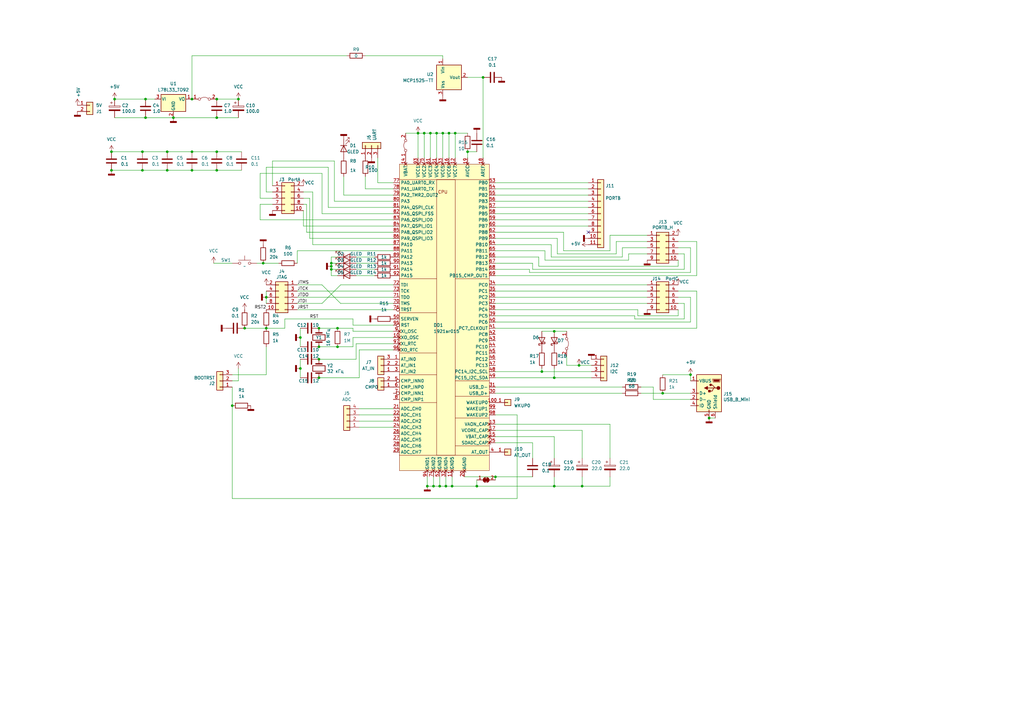
<source format=kicad_sch>
(kicad_sch (version 20230121) (generator eeschema)
  (paper "A3")
  (junction (at 100.33 134.62))
  (junction (at 227.33 199.39))
  (junction (at 227.33 135.89))
  (junction (at 182.88 199.39))
  (junction (at 59.69 48.26))
  (junction (at 130.81 134.62))
  (junction (at 191.77 62.23))
  (junction (at 109.22 121.92))
  (junction (at 179.07 54.61))
  (junction (at 138.43 134.62))
  (junction (at 186.69 54.61))
  (junction (at 177.8 199.39))
  (junction (at 88.9 40.64))
  (junction (at 78.74 62.23))
  (junction (at 173.99 54.61))
  (junction (at 130.81 147.32))
  (junction (at 176.53 54.61))
  (junction (at 123.19 138.43))
  (junction (at 45.72 62.23))
  (junction (at 123.19 151.13))
  (junction (at 71.12 48.26))
  (junction (at 135.89 107.95))
  (junction (at 68.58 69.85))
  (junction (at 88.9 62.23))
  (junction (at 184.15 54.61))
  (junction (at 130.81 154.94))
  (junction (at 237.49 149.86))
  (junction (at 135.89 110.49))
  (junction (at 185.42 199.39))
  (junction (at 97.79 40.64))
  (junction (at 58.42 62.23))
  (junction (at 203.2 195.58))
  (junction (at 271.78 161.29))
  (junction (at 107.95 107.95))
  (junction (at 222.25 152.4))
  (junction (at 283.21 153.67))
  (junction (at 138.43 142.24))
  (junction (at 78.74 69.85))
  (junction (at 195.58 199.39))
  (junction (at 180.34 199.39))
  (junction (at 109.22 134.62))
  (junction (at 45.72 69.85))
  (junction (at 290.83 171.45))
  (junction (at 198.12 31.75))
  (junction (at 95.25 166.37))
  (junction (at 181.61 54.61))
  (junction (at 46.99 40.64))
  (junction (at 59.69 40.64))
  (junction (at 78.74 40.64))
  (junction (at 171.45 54.61))
  (junction (at 88.9 69.85))
  (junction (at 175.26 199.39))
  (junction (at 88.9 48.26))
  (junction (at 130.81 142.24))
  (junction (at 238.76 199.39))
  (junction (at 227.33 154.94))
  (junction (at 68.58 62.23))
  (junction (at 58.42 69.85))
  (junction (at 135.89 109.22))
  (no_connect (at 241.3 95.25))
  (wire (pts (xy 203.2 105.41) (xy 220.98 105.41)))
  (wire (pts (xy 186.69 54.61) (xy 191.77 54.61)))
  (wire (pts (xy 124.46 92.71) (xy 124.46 86.36)))
  (wire (pts (xy 179.07 54.61) (xy 181.61 54.61)))
  (wire (pts (xy 283.21 153.67) (xy 283.21 156.21)))
  (wire (pts (xy 100.33 134.62) (xy 109.22 134.62)))
  (wire (pts (xy 203.2 181.61) (xy 218.44 181.61)))
  (wire (pts (xy 184.15 54.61) (xy 184.15 64.77)))
  (wire (pts (xy 177.8 199.39) (xy 180.34 199.39)))
  (wire (pts (xy 105.41 107.95) (xy 107.95 107.95)))
  (wire (pts (xy 109.22 121.92) (xy 109.22 119.38)))
  (wire (pts (xy 186.69 54.61) (xy 186.69 64.77)))
  (wire (pts (xy 121.92 102.87) (xy 121.92 107.95)))
  (wire (pts (xy 147.32 167.64) (xy 161.29 167.64)))
  (wire (pts (xy 278.13 129.54) (xy 278.13 127)))
  (wire (pts (xy 184.15 54.61) (xy 186.69 54.61)))
  (wire (pts (xy 283.21 111.76) (xy 283.21 101.6)))
  (wire (pts (xy 175.26 199.39) (xy 177.8 199.39)))
  (wire (pts (xy 203.2 121.92) (xy 265.43 121.92)))
  (wire (pts (xy 171.45 54.61) (xy 173.99 54.61)))
  (wire (pts (xy 109.22 78.74) (xy 111.76 78.74)))
  (wire (pts (xy 161.29 135.89) (xy 144.78 135.89)))
  (wire (pts (xy 161.29 97.79) (xy 127 97.79)))
  (wire (pts (xy 203.2 195.58) (xy 203.2 196.85)))
  (wire (pts (xy 280.67 110.49) (xy 280.67 104.14)))
  (wire (pts (xy 135.89 110.49) (xy 135.89 113.03)))
  (wire (pts (xy 267.97 158.75) (xy 267.97 163.83)))
  (wire (pts (xy 283.21 121.92) (xy 278.13 121.92)))
  (wire (pts (xy 173.99 54.61) (xy 173.99 64.77)))
  (wire (pts (xy 161.29 77.47) (xy 149.86 77.47)))
  (wire (pts (xy 135.89 109.22) (xy 135.89 110.49)))
  (wire (pts (xy 109.22 124.46) (xy 109.22 121.92)))
  (wire (pts (xy 106.68 83.82) (xy 111.76 83.82)))
  (wire (pts (xy 59.69 40.64) (xy 63.5 40.64)))
  (wire (pts (xy 106.68 90.17) (xy 106.68 83.82)))
  (wire (pts (xy 135.89 110.49) (xy 138.43 110.49)))
  (wire (pts (xy 232.41 146.05) (xy 232.41 149.86)))
  (wire (pts (xy 227.33 179.07) (xy 227.33 187.96)))
  (wire (pts (xy 146.05 140.97) (xy 161.29 140.97)))
  (wire (pts (xy 195.58 199.39) (xy 227.33 199.39)))
  (wire (pts (xy 228.6 97.79) (xy 228.6 104.14)))
  (wire (pts (xy 134.62 85.09) (xy 134.62 68.58)))
  (wire (pts (xy 106.68 81.28) (xy 111.76 81.28)))
  (wire (pts (xy 88.9 48.26) (xy 97.79 48.26)))
  (wire (pts (xy 125.73 83.82) (xy 124.46 83.82)))
  (wire (pts (xy 128.27 78.74) (xy 124.46 78.74)))
  (wire (pts (xy 220.98 105.41) (xy 220.98 109.22)))
  (wire (pts (xy 203.2 124.46) (xy 265.43 124.46)))
  (wire (pts (xy 280.67 104.14) (xy 278.13 104.14)))
  (wire (pts (xy 177.8 195.58) (xy 177.8 199.39)))
  (wire (pts (xy 125.73 95.25) (xy 125.73 83.82)))
  (wire (pts (xy 88.9 40.64) (xy 97.79 40.64)))
  (wire (pts (xy 212.09 170.18) (xy 212.09 204.47)))
  (wire (pts (xy 78.74 69.85) (xy 88.9 69.85)))
  (wire (pts (xy 97.79 156.21) (xy 97.79 151.13)))
  (wire (pts (xy 146.05 107.95) (xy 153.67 107.95)))
  (wire (pts (xy 250.19 173.99) (xy 250.19 187.96)))
  (wire (pts (xy 203.2 154.94) (xy 227.33 154.94)))
  (wire (pts (xy 149.86 22.86) (xy 181.61 22.86)))
  (wire (pts (xy 255.27 101.6) (xy 265.43 101.6)))
  (wire (pts (xy 135.89 107.95) (xy 138.43 107.95)))
  (wire (pts (xy 203.2 132.08) (xy 283.21 132.08)))
  (wire (pts (xy 45.72 62.23) (xy 58.42 62.23)))
  (wire (pts (xy 203.2 80.01) (xy 241.3 80.01)))
  (wire (pts (xy 262.89 161.29) (xy 271.78 161.29)))
  (wire (pts (xy 121.92 119.38) (xy 161.29 119.38)))
  (wire (pts (xy 68.58 62.23) (xy 78.74 62.23)))
  (wire (pts (xy 223.52 102.87) (xy 223.52 106.68)))
  (wire (pts (xy 222.25 152.4) (xy 242.57 152.4)))
  (wire (pts (xy 232.41 149.86) (xy 237.49 149.86)))
  (wire (pts (xy 109.22 134.62) (xy 116.84 134.62)))
  (wire (pts (xy 88.9 69.85) (xy 99.06 69.85)))
  (wire (pts (xy 203.2 87.63) (xy 241.3 87.63)))
  (wire (pts (xy 109.22 68.58) (xy 109.22 78.74)))
  (wire (pts (xy 154.94 74.93) (xy 154.94 64.77)))
  (wire (pts (xy 161.29 92.71) (xy 124.46 92.71)))
  (wire (pts (xy 147.32 170.18) (xy 161.29 170.18)))
  (wire (pts (xy 182.88 199.39) (xy 185.42 199.39)))
  (wire (pts (xy 123.19 138.43) (xy 123.19 142.24)))
  (wire (pts (xy 218.44 181.61) (xy 218.44 187.96)))
  (wire (pts (xy 280.67 130.81) (xy 280.67 124.46)))
  (wire (pts (xy 203.2 116.84) (xy 265.43 116.84)))
  (wire (pts (xy 228.6 104.14) (xy 252.73 104.14)))
  (wire (pts (xy 203.2 90.17) (xy 241.3 90.17)))
  (wire (pts (xy 231.14 95.25) (xy 231.14 102.87)))
  (wire (pts (xy 138.43 105.41) (xy 135.89 105.41)))
  (wire (pts (xy 146.05 113.03) (xy 153.67 113.03)))
  (wire (pts (xy 203.2 110.49) (xy 217.17 110.49)))
  (wire (pts (xy 203.2 170.18) (xy 212.09 170.18)))
  (wire (pts (xy 203.2 74.93) (xy 241.3 74.93)))
  (wire (pts (xy 161.29 100.33) (xy 128.27 100.33)))
  (wire (pts (xy 46.99 48.26) (xy 59.69 48.26)))
  (wire (pts (xy 138.43 142.24) (xy 144.78 142.24)))
  (wire (pts (xy 78.74 62.23) (xy 88.9 62.23)))
  (wire (pts (xy 106.68 71.12) (xy 106.68 81.28)))
  (wire (pts (xy 130.81 134.62) (xy 138.43 134.62)))
  (wire (pts (xy 203.2 119.38) (xy 265.43 119.38)))
  (wire (pts (xy 173.99 54.61) (xy 176.53 54.61)))
  (wire (pts (xy 190.5 195.58) (xy 203.2 195.58)))
  (wire (pts (xy 161.29 85.09) (xy 134.62 85.09)))
  (wire (pts (xy 217.17 110.49) (xy 217.17 111.76)))
  (wire (pts (xy 285.75 119.38) (xy 278.13 119.38)))
  (wire (pts (xy 218.44 110.49) (xy 280.67 110.49)))
  (wire (pts (xy 191.77 62.23) (xy 195.58 62.23)))
  (wire (pts (xy 175.26 195.58) (xy 175.26 199.39)))
  (wire (pts (xy 238.76 176.53) (xy 238.76 187.96)))
  (wire (pts (xy 220.98 109.22) (xy 278.13 109.22)))
  (wire (pts (xy 127 97.79) (xy 127 81.28)))
  (wire (pts (xy 181.61 54.61) (xy 181.61 64.77)))
  (wire (pts (xy 78.74 22.86) (xy 142.24 22.86)))
  (wire (pts (xy 218.44 107.95) (xy 218.44 110.49)))
  (wire (pts (xy 68.58 69.85) (xy 78.74 69.85)))
  (wire (pts (xy 130.81 147.32) (xy 146.05 147.32)))
  (wire (pts (xy 161.29 74.93) (xy 154.94 74.93)))
  (wire (pts (xy 238.76 195.58) (xy 238.76 199.39)))
  (wire (pts (xy 227.33 199.39) (xy 238.76 199.39)))
  (wire (pts (xy 135.89 107.95) (xy 135.89 109.22)))
  (wire (pts (xy 59.69 48.26) (xy 71.12 48.26)))
  (wire (pts (xy 203.2 152.4) (xy 222.25 152.4)))
  (wire (pts (xy 182.88 195.58) (xy 182.88 199.39)))
  (wire (pts (xy 203.2 134.62) (xy 285.75 134.62)))
  (wire (pts (xy 137.16 66.04) (xy 111.76 66.04)))
  (wire (pts (xy 203.2 100.33) (xy 226.06 100.33)))
  (wire (pts (xy 260.35 129.54) (xy 260.35 130.81)))
  (wire (pts (xy 261.62 127) (xy 261.62 129.54)))
  (wire (pts (xy 46.99 40.64) (xy 59.69 40.64)))
  (wire (pts (xy 116.84 130.81) (xy 144.78 130.81)))
  (wire (pts (xy 121.92 121.92) (xy 161.29 121.92)))
  (wire (pts (xy 147.32 154.94) (xy 147.32 143.51)))
  (wire (pts (xy 285.75 113.03) (xy 285.75 99.06)))
  (wire (pts (xy 147.32 175.26) (xy 161.29 175.26)))
  (wire (pts (xy 203.2 129.54) (xy 260.35 129.54)))
  (wire (pts (xy 290.83 171.45) (xy 293.37 171.45)))
  (wire (pts (xy 203.2 102.87) (xy 223.52 102.87)))
  (wire (pts (xy 144.78 133.35) (xy 161.29 133.35)))
  (wire (pts (xy 144.78 138.43) (xy 161.29 138.43)))
  (wire (pts (xy 135.89 105.41) (xy 135.89 107.95)))
  (wire (pts (xy 95.25 156.21) (xy 97.79 156.21)))
  (wire (pts (xy 217.17 111.76) (xy 283.21 111.76)))
  (wire (pts (xy 283.21 132.08) (xy 283.21 121.92)))
  (wire (pts (xy 135.89 113.03) (xy 138.43 113.03)))
  (wire (pts (xy 185.42 195.58) (xy 185.42 199.39)))
  (wire (pts (xy 139.7 124.46) (xy 161.29 124.46)))
  (wire (pts (xy 203.2 95.25) (xy 231.14 95.25)))
  (wire (pts (xy 176.53 54.61) (xy 179.07 54.61)))
  (wire (pts (xy 123.19 134.62) (xy 123.19 138.43)))
  (wire (pts (xy 111.76 66.04) (xy 111.76 76.2)))
  (wire (pts (xy 198.12 31.75) (xy 191.77 31.75)))
  (wire (pts (xy 58.42 69.85) (xy 68.58 69.85)))
  (wire (pts (xy 261.62 129.54) (xy 278.13 129.54)))
  (wire (pts (xy 222.25 151.13) (xy 222.25 152.4)))
  (wire (pts (xy 203.2 113.03) (xy 285.75 113.03)))
  (wire (pts (xy 107.95 107.95) (xy 114.3 107.95)))
  (wire (pts (xy 203.2 127) (xy 261.62 127)))
  (wire (pts (xy 250.19 199.39) (xy 250.19 195.58)))
  (wire (pts (xy 227.33 195.58) (xy 227.33 199.39)))
  (wire (pts (xy 109.22 153.67) (xy 109.22 142.24)))
  (wire (pts (xy 252.73 99.06) (xy 265.43 99.06)))
  (wire (pts (xy 121.92 124.46) (xy 132.08 124.46)))
  (wire (pts (xy 95.25 204.47) (xy 95.25 166.37)))
  (wire (pts (xy 45.72 69.85) (xy 58.42 69.85)))
  (wire (pts (xy 250.19 102.87) (xy 250.19 96.52)))
  (wire (pts (xy 180.34 195.58) (xy 180.34 199.39)))
  (wire (pts (xy 203.2 176.53) (xy 238.76 176.53)))
  (wire (pts (xy 140.97 80.01) (xy 140.97 72.39)))
  (wire (pts (xy 198.12 64.77) (xy 198.12 31.75)))
  (wire (pts (xy 147.32 143.51) (xy 161.29 143.51)))
  (wire (pts (xy 180.34 199.39) (xy 182.88 199.39)))
  (wire (pts (xy 132.08 71.12) (xy 106.68 71.12)))
  (wire (pts (xy 166.37 54.61) (xy 171.45 54.61)))
  (wire (pts (xy 203.2 107.95) (xy 218.44 107.95)))
  (wire (pts (xy 226.06 100.33) (xy 226.06 105.41)))
  (wire (pts (xy 121.92 116.84) (xy 132.08 116.84)))
  (wire (pts (xy 203.2 92.71) (xy 241.3 92.71)))
  (wire (pts (xy 237.49 149.86) (xy 242.57 149.86)))
  (wire (pts (xy 121.92 127) (xy 161.29 127)))
  (wire (pts (xy 88.9 62.23) (xy 99.06 62.23)))
  (wire (pts (xy 147.32 172.72) (xy 161.29 172.72)))
  (wire (pts (xy 285.75 99.06) (xy 278.13 99.06)))
  (wire (pts (xy 267.97 163.83) (xy 283.21 163.83)))
  (wire (pts (xy 146.05 147.32) (xy 146.05 140.97)))
  (wire (pts (xy 161.29 80.01) (xy 140.97 80.01)))
  (wire (pts (xy 227.33 135.89) (xy 232.41 135.89)))
  (wire (pts (xy 176.53 54.61) (xy 176.53 64.77)))
  (wire (pts (xy 134.62 68.58) (xy 109.22 68.58)))
  (wire (pts (xy 58.42 62.23) (xy 68.58 62.23)))
  (wire (pts (xy 146.05 110.49) (xy 153.67 110.49)))
  (wire (pts (xy 123.19 147.32) (xy 123.19 151.13)))
  (wire (pts (xy 161.29 95.25) (xy 125.73 95.25)))
  (wire (pts (xy 71.12 48.26) (xy 88.9 48.26)))
  (wire (pts (xy 257.81 104.14) (xy 265.43 104.14)))
  (wire (pts (xy 255.27 105.41) (xy 255.27 101.6)))
  (wire (pts (xy 181.61 54.61) (xy 184.15 54.61)))
  (wire (pts (xy 203.2 195.58) (xy 218.44 195.58)))
  (wire (pts (xy 127 81.28) (xy 124.46 81.28)))
  (wire (pts (xy 271.78 153.67) (xy 283.21 153.67)))
  (wire (pts (xy 95.25 153.67) (xy 109.22 153.67)))
  (wire (pts (xy 203.2 158.75) (xy 255.27 158.75)))
  (wire (pts (xy 149.86 77.47) (xy 149.86 72.39)))
  (wire (pts (xy 212.09 204.47) (xy 95.25 204.47)))
  (wire (pts (xy 203.2 85.09) (xy 241.3 85.09)))
  (wire (pts (xy 222.25 135.89) (xy 227.33 135.89)))
  (wire (pts (xy 179.07 54.61) (xy 179.07 64.77)))
  (wire (pts (xy 191.77 62.23) (xy 191.77 64.77)))
  (wire (pts (xy 132.08 124.46) (xy 139.7 116.84)))
  (wire (pts (xy 280.67 124.46) (xy 278.13 124.46)))
  (wire (pts (xy 195.58 196.85) (xy 195.58 199.39)))
  (wire (pts (xy 95.25 166.37) (xy 95.25 158.75)))
  (wire (pts (xy 116.84 130.81) (xy 116.84 134.62)))
  (wire (pts (xy 132.08 116.84) (xy 139.7 124.46)))
  (wire (pts (xy 132.08 87.63) (xy 132.08 71.12)))
  (wire (pts (xy 203.2 161.29) (xy 255.27 161.29)))
  (wire (pts (xy 144.78 130.81) (xy 144.78 133.35)))
  (wire (pts (xy 285.75 134.62) (xy 285.75 119.38)))
  (wire (pts (xy 130.81 142.24) (xy 138.43 142.24)))
  (wire (pts (xy 181.61 22.86) (xy 181.61 24.13)))
  (wire (pts (xy 161.29 90.17) (xy 106.68 90.17)))
  (wire (pts (xy 144.78 134.62) (xy 144.78 135.89)))
  (wire (pts (xy 146.05 105.41) (xy 153.67 105.41)))
  (wire (pts (xy 161.29 102.87) (xy 121.92 102.87)))
  (wire (pts (xy 78.74 40.64) (xy 78.74 22.86)))
  (wire (pts (xy 87.63 107.95) (xy 95.25 107.95)))
  (wire (pts (xy 138.43 134.62) (xy 144.78 134.62)))
  (wire (pts (xy 137.16 82.55) (xy 137.16 66.04)))
  (wire (pts (xy 262.89 158.75) (xy 267.97 158.75)))
  (wire (pts (xy 278.13 109.22) (xy 278.13 106.68)))
  (wire (pts (xy 130.81 154.94) (xy 147.32 154.94)))
  (wire (pts (xy 271.78 161.29) (xy 283.21 161.29)))
  (wire (pts (xy 185.42 199.39) (xy 195.58 199.39)))
  (wire (pts (xy 260.35 130.81) (xy 280.67 130.81)))
  (wire (pts (xy 171.45 54.61) (xy 171.45 64.77)))
  (wire (pts (xy 227.33 154.94) (xy 242.57 154.94)))
  (wire (pts (xy 257.81 106.68) (xy 257.81 104.14)))
  (wire (pts (xy 231.14 102.87) (xy 250.19 102.87)))
  (wire (pts (xy 223.52 106.68) (xy 257.81 106.68)))
  (wire (pts (xy 250.19 96.52) (xy 265.43 96.52)))
  (wire (pts (xy 283.21 101.6) (xy 278.13 101.6)))
  (wire (pts (xy 203.2 82.55) (xy 241.3 82.55)))
  (wire (pts (xy 203.2 77.47) (xy 241.3 77.47)))
  (wire (pts (xy 144.78 142.24) (xy 144.78 138.43)))
  (wire (pts (xy 123.19 151.13) (xy 123.19 154.94)))
  (wire (pts (xy 128.27 100.33) (xy 128.27 78.74)))
  (wire (pts (xy 227.33 151.13) (xy 227.33 154.94)))
  (wire (pts (xy 203.2 97.79) (xy 228.6 97.79)))
  (wire (pts (xy 252.73 104.14) (xy 252.73 99.06)))
  (wire (pts (xy 161.29 82.55) (xy 137.16 82.55)))
  (wire (pts (xy 203.2 173.99) (xy 250.19 173.99)))
  (wire (pts (xy 203.2 179.07) (xy 227.33 179.07)))
  (wire (pts (xy 139.7 116.84) (xy 161.29 116.84)))
  (wire (pts (xy 161.29 87.63) (xy 132.08 87.63)))
  (wire (pts (xy 238.76 199.39) (xy 250.19 199.39)))
  (wire (pts (xy 226.06 105.41) (xy 255.27 105.41)))
  (label "RST" (at 127 130.81 0))
  (label "JTDI" (at 121.92 124.46 0))
  (label "JRST" (at 121.92 127 0))
  (label "RST2" (at 109.22 127 180))
  (label "JTDO" (at 121.92 121.92 0))
  (label "JTCK" (at 121.92 119.38 0))
  (label "JTMS" (at 121.92 116.84 0))
  (symbol (lib_id "power:+5V") (at 31.75 43.18 0) (unit 1)
    (property "Reference" "#PWR01" (effects hide))
    (property "Value" "+5V" (at 32.131 39.9288 90) (effects (justify left)))
  )
  (symbol (lib_id "power:GNDD") (at 205.74 31.75 0) (unit 1)
    (property "Reference" "#PWR028" (effects hide))
    (property "Value" "GNDD" (effects hide))
  )
  (symbol (lib_id "Device:R") (at 109.22 138.43 180) (unit 1)
    (property "Reference" "R5" (at 111.76 137.16 0) (effects (justify right)))
    (property "Value" "1k" (at 111.76 139.7 0) (effects (justify right)))
    (property "Footprint" "Resistor_SMD:R_0805_2012Metric" (effects hide))
  )
  (symbol (lib_id "Device:R") (at 191.77 58.42 180) (unit 1)
    (property "Reference" "R16" (at 187.96 58.42 0) (effects (justify right)))
    (property "Value" "10" (at 187.96 60.96 0) (effects (justify right)))
    (property "Footprint" "Resistor_SMD:R_0805_2012Metric" (effects hide))
  )
  (symbol (lib_id "Device:LED") (at 142.24 110.49 0) (mirror x) (unit 1)
    (property "Reference" "D4" (at 139.7 109.22 0))
    (property "Value" "GLED" (at 146.05 109.22 0))
    (property "Footprint" "LED_THT:LED_D5.0mm_Clear" (effects hide))
  )
  (symbol (lib_id "Device:R") (at 259.08 161.29 270) (unit 1)
    (property "Reference" "R20" (at 259.08 156.0322 90))
    (property "Value" "68" (at 259.08 158.3436 90))
    (property "Footprint" "Resistor_SMD:R_0805_2012Metric" (effects hide))
  )
  (symbol (lib_id "power:+5V") (at 46.99 40.64 0) (unit 1)
    (property "Reference" "#PWR05" (effects hide))
    (property "Value" "+5V" (at 46.99 35.56 0))
  )
  (symbol (lib_id "Device:LED") (at 142.24 105.41 0) (mirror x) (unit 1)
    (property "Reference" "D2" (at 139.7 104.14 0))
    (property "Value" "GLED" (at 146.05 104.14 0))
    (property "Footprint" "LED_THT:LED_D5.0mm_Clear" (effects hide))
  )
  (symbol (lib_id "Connector_Generic:Conn_01x02") (at 156.21 158.75 180) (unit 1)
    (property "Reference" "J8" (at 152.4 156.21 0))
    (property "Value" "CMP0" (at 152.4 158.75 0))
    (property "Footprint" "Connector_PinHeader_2.54mm:PinHeader_1x02_P2.54mm_Vertical" (effects hide))
  )
  (symbol (lib_id "Connector_Generic:Conn_01x01") (at 208.28 165.1 0) (unit 1)
    (property "Reference" "J9" (at 210.82 163.83 0) (effects (justify left)))
    (property "Value" "WKUP0" (at 210.82 166.37 0) (effects (justify left)))
    (property "Footprint" "Connector_PinHeader_2.54mm:PinHeader_1x01_P2.54mm_Vertical" (effects hide))
  )
  (symbol (lib_id "Device:R") (at 146.05 22.86 270) (unit 1)
    (property "Reference" "R9" (at 146.05 20.32 90))
    (property "Value" "0" (at 146.05 22.86 90))
    (property "Footprint" "Resistor_SMD:R_0805_2012Metric" (effects hide))
  )
  (symbol (lib_id "power:VCC") (at 278.13 96.52 0) (unit 1)
    (property "Reference" "#PWR035" (effects hide))
    (property "Value" "VCC" (at 278.13 91.44 0))
  )
  (symbol (lib_id "Device:C") (at 88.9 66.04 0) (unit 1)
    (property "Reference" "C8" (at 92.71 64.77 0) (effects (justify left)))
    (property "Value" "0.1" (at 92.71 67.31 0) (effects (justify left)))
    (property "Footprint" "Capacitor_SMD:C_0805_2012Metric" (effects hide))
  )
  (symbol (lib_id "power:GNDD") (at 92.71 134.62 270) (unit 1)
    (property "Reference" "#PWR08" (effects hide))
    (property "Value" "GNDD" (effects hide))
  )
  (symbol (lib_id "power:GNDD") (at 31.75 45.72 0) (unit 1)
    (property "Reference" "#PWR02" (effects hide))
    (property "Value" "GNDD" (effects hide))
  )
  (symbol (lib_id "power:GNDD") (at 265.43 127 0) (unit 1)
    (property "Reference" "#PWR034" (effects hide))
    (property "Value" "GNDD" (effects hide))
  )
  (symbol (lib_id "Device:C") (at 127 134.62 90) (unit 1)
    (property "Reference" "C12" (at 125.73 133.35 90) (effects (justify left)))
    (property "Value" "10" (at 130.81 133.35 90) (effects (justify left)))
    (property "Footprint" "Capacitor_THT:C_Disc_D5.0mm_W2.5mm_P2.50mm" (effects hide))
  )
  (symbol (lib_id "Jumper:Jumper_2_Bridged") (at 83.82 40.64 0) (unit 1)
    (property "Reference" "JP1" (effects hide))
    (property "Value" "PWR" (effects hide))
    (property "Footprint" "Connector_PinHeader_2.54mm:PinHeader_1x02_P2.54mm_Vertical" (effects hide))
  )
  (symbol (lib_id "Connector_Generic:Conn_01x04") (at 247.65 149.86 0) (unit 1)
    (property "Reference" "J12" (at 250.19 149.86 0) (effects (justify left)))
    (property "Value" "I2C" (at 250.19 152.4 0) (effects (justify left)))
    (property "Footprint" "Connector_PinHeader_2.54mm:PinHeader_1x04_P2.54mm_Vertical" (effects hide))
  )
  (symbol (lib_id "Device:LED") (at 142.24 107.95 0) (mirror x) (unit 1)
    (property "Reference" "D3" (at 139.7 106.68 0))
    (property "Value" "GLED" (at 146.05 106.68 0))
    (property "Footprint" "LED_THT:LED_D5.0mm_Clear" (effects hide))
  )
  (symbol (lib_id "power:GNDD") (at 102.87 166.37 0) (unit 1)
    (property "Reference" "#PWR012" (effects hide))
    (property "Value" "GNDD" (effects hide))
  )
  (symbol (lib_id "Device:R") (at 149.86 68.58 0) (mirror y) (unit 1)
    (property "Reference" "R10" (at 153.67 68.58 0) (effects (justify left)))
    (property "Value" "100" (at 154.94 69.85 0) (effects (justify left)))
    (property "Footprint" "Resistor_SMD:R_0805_2012Metric" (effects hide))
  )
  (symbol (lib_id "power:GNDD") (at 45.72 69.85 0) (unit 1)
    (property "Reference" "#PWR04" (effects hide))
    (property "Value" "GNDD" (effects hide))
  )
  (symbol (lib_id "Device:R") (at 271.78 157.48 180) (unit 1)
    (property "Reference" "R21" (at 274.32 156.21 0) (effects (justify right)))
    (property "Value" "1k" (at 274.32 158.75 0) (effects (justify right)))
    (property "Footprint" "Resistor_SMD:R_0805_2012Metric" (effects hide))
  )
  (symbol (lib_id "Device:C") (at 99.06 66.04 0) (unit 1)
    (property "Reference" "C11" (at 102.87 64.77 0) (effects (justify left)))
    (property "Value" "0.1" (at 102.87 67.31 0) (effects (justify left)))
    (property "Footprint" "Capacitor_SMD:C_0805_2012Metric" (effects hide))
  )
  (symbol (lib_id "power:+5V") (at 283.21 153.67 0) (unit 1)
    (property "Reference" "#PWR037" (effects hide))
    (property "Value" "+5V" (at 283.21 148.59 0))
  )
  (symbol (lib_id "power:GNDD") (at 111.76 86.36 0) (unit 1)
    (property "Reference" "#PWR016" (effects hide))
    (property "Value" "GNDD" (effects hide))
  )
  (symbol (lib_id "Device:C") (at 78.74 66.04 0) (unit 1)
    (property "Reference" "C6" (at 82.55 64.77 0) (effects (justify left)))
    (property "Value" "0.1" (at 82.55 67.31 0) (effects (justify left)))
    (property "Footprint" "Capacitor_SMD:C_0805_2012Metric" (effects hide))
  )
  (symbol (lib_id "Device:C") (at 127 154.94 270) (unit 1)
    (property "Reference" "C15" (at 124.46 156.21 90))
    (property "Value" "12" (at 129.54 156.21 90))
    (property "Footprint" "Capacitor_THT:C_Disc_D5.0mm_W2.5mm_P2.50mm" (effects hide))
  )
  (symbol (lib_id "Connector_Generic:Conn_02x05_Odd_Even") (at 270.51 121.92 0) (unit 1)
    (property "Reference" "J14" (at 269.24 114.3 0))
    (property "Value" "PortC" (at 275.59 114.3 0))
    (property "Footprint" "Connector_IDC:IDC-Header_2x05_P2.54mm_Vertical" (effects hide))
  )
  (symbol (lib_id "Device:C_Polarized") (at 46.99 44.45 0) (unit 1)
    (property "Reference" "C2" (at 49.9872 43.2816 0) (effects (justify left)))
    (property "Value" "100.0" (at 49.9872 45.593 0) (effects (justify left)))
    (property "Footprint" "Capacitor_THT:CP_Radial_D6.3mm_P2.50mm" (effects hide))
  )
  (symbol (lib_id "power:GNDD") (at 123.19 138.43 270) (unit 1)
    (property "Reference" "#PWR017" (effects hide))
    (property "Value" "GNDD" (effects hide))
  )
  (symbol (lib_id "Device:R") (at 100.33 130.81 0) (unit 1)
    (property "Reference" "R2" (at 102.87 129.54 0) (effects (justify left)))
    (property "Value" "20k" (at 102.87 132.08 0) (effects (justify left)))
    (property "Footprint" "Resistor_SMD:R_0805_2012Metric" (effects hide))
  )
  (symbol (lib_id "Connector_Generic:Conn_01x03") (at 152.4 59.69 90) (unit 1)
    (property "Reference" "J6" (at 151.3332 57.658 0) (effects (justify left)))
    (property "Value" "UART" (at 153.6446 57.658 0) (effects (justify left)))
    (property "Footprint" "Connector_PinSocket_2.54mm:PinSocket_1x03_P2.54mm_Vertical" (effects hide))
  )
  (symbol (lib_id "Device:R") (at 99.06 166.37 90) (unit 1)
    (property "Reference" "R1" (at 99.06 160.02 90))
    (property "Value" "1k" (at 99.06 162.56 90))
    (property "Footprint" "Resistor_SMD:R_0805_2012Metric" (effects hide))
  )
  (symbol (lib_id "Regulator_Linear:L78L33_TO92") (at 71.12 40.64 0) (unit 1)
    (property "Reference" "U1" (at 71.12 34.29 0))
    (property "Value" "L78L33_TO92" (at 71.12 36.83 0))
    (property "Footprint" "Package_TO_SOT_THT:TO-92_Inline_Wide" (effects hide))
    (property "Datasheet" "http://www.st.com/content/ccc/resource/technical/document/datasheet/15/55/e5/aa/23/5b/43/fd/CD00000446.pdf/files/CD00000446.pdf/jcr:content/translations/en.CD00000446.pdf" (effects hide))
  )
  (symbol (lib_id "Device:C_Polarized") (at 227.33 191.77 0) (unit 1)
    (property "Reference" "C19" (at 231.14 189.611 0) (effects (justify left)))
    (property "Value" "22.0" (at 231.14 192.151 0) (effects (justify left)))
    (property "Footprint" "Capacitor_THT:CP_Radial_D6.3mm_P2.50mm" (effects hide))
  )
  (symbol (lib_id "Device:Crystal") (at 130.81 138.43 270) (unit 1)
    (property "Reference" "Y1" (at 130.81 138.43 90))
    (property "Value" "16 МГц" (at 134.62 138.43 0))
    (property "Footprint" "Crystal:Resonator-2Pin_W7.0mm_H2.5mm" (effects hide))
  )
  (symbol (lib_id "Device:C") (at 59.69 44.45 180) (unit 1)
    (property "Reference" "C4" (at 62.611 43.2816 0) (effects (justify right)))
    (property "Value" "1.0" (at 62.611 45.593 0) (effects (justify right)))
    (property "Footprint" "Capacitor_THT:C_Disc_D5.0mm_W2.5mm_P5.00mm" (effects hide))
  )
  (symbol (lib_id "power:GNDD") (at 109.22 121.92 270) (unit 1)
    (property "Reference" "#PWR015" (effects hide))
    (property "Value" "GNDD" (effects hide))
  )
  (symbol (lib_id "power:GNDD") (at 195.58 54.61 180) (unit 1)
    (property "Reference" "#PWR027" (effects hide))
    (property "Value" "GNDD" (effects hide))
  )
  (symbol (lib_id "power:VCC") (at 97.79 151.13 0) (unit 1)
    (property "Reference" "#PWR010" (effects hide))
    (property "Value" "VCC" (at 97.79 146.05 0))
  )
  (symbol (lib_id "power:+5V") (at 241.3 100.33 90) (unit 1)
    (property "Reference" "#PWR031" (effects hide))
    (property "Value" "+5V" (at 238.0488 99.949 90) (effects (justify left)))
  )
  (symbol (lib_id "Device:R") (at 118.11 107.95 90) (unit 1)
    (property "Reference" "R6" (at 118.11 101.6 90))
    (property "Value" "100" (at 118.11 104.14 90))
    (property "Footprint" "Resistor_SMD:R_0805_2012Metric" (effects hide))
  )
  (symbol (lib_id "Device:C") (at 218.44 191.77 0) (unit 1)
    (property "Reference" "C18" (at 222.25 190.5 0) (effects (justify left)))
    (property "Value" "0.1" (at 222.25 193.04 0) (effects (justify left)))
    (property "Footprint" "Capacitor_THT:C_Disc_D5.0mm_W2.5mm_P5.00mm" (effects hide))
  )
  (symbol (lib_id "power:GNDD") (at 241.3 97.79 270) (unit 1)
    (property "Reference" "#PWR030" (effects hide))
    (property "Value" "GNDD" (effects hide))
  )
  (symbol (lib_id "Device:R") (at 227.33 147.32 180) (unit 1)
    (property "Reference" "R18" (at 228.6 146.05 0) (effects (justify right)))
    (property "Value" "1k" (at 228.6 148.59 0) (effects (justify right)))
    (property "Footprint" "Resistor_SMD:R_0805_2012Metric" (effects hide))
  )
  (symbol (lib_id "Device:R") (at 157.48 130.81 90) (unit 1)
    (property "Reference" "R15" (at 157.48 124.46 90))
    (property "Value" "1k" (at 157.48 127 90))
    (property "Footprint" "Resistor_SMD:R_0805_2012Metric" (effects hide))
  )
  (symbol (lib_id "power:GNDD") (at 175.26 199.39 0) (unit 1)
    (property "Reference" "#PWR025" (effects hide))
    (property "Value" "GNDD" (effects hide))
  )
  (symbol (lib_id "power:GNDD") (at 265.43 106.68 0) (unit 1)
    (property "Reference" "#PWR033" (effects hide))
    (property "Value" "GNDD" (effects hide))
  )
  (symbol (lib_id "Device:R") (at 140.97 68.58 180) (unit 1)
    (property "Reference" "R8" (at 144.78 66.04 0))
    (property "Value" "1k" (at 144.78 69.85 0))
    (property "Footprint" "Resistor_SMD:R_0805_2012Metric" (effects hide))
  )
  (symbol (lib_id "power:VCC") (at 87.63 107.95 0) (unit 1)
    (property "Reference" "#PWR07" (effects hide))
    (property "Value" "VCC" (at 87.63 102.87 0))
  )
  (symbol (lib_id "Device:R") (at 157.48 110.49 90) (unit 1)
    (property "Reference" "R13" (at 152.4 109.22 90))
    (property "Value" "1k" (at 157.48 110.49 90))
    (property "Footprint" "Resistor_SMD:R_0805_2012Metric" (effects hide))
  )
  (symbol (lib_id "Device:R") (at 157.48 105.41 90) (unit 1)
    (property "Reference" "R11" (at 152.4 104.14 90))
    (property "Value" "1k" (at 157.48 105.41 90))
    (property "Footprint" "Resistor_SMD:R_0805_2012Metric" (effects hide))
  )
  (symbol (lib_id "Device:C") (at 96.52 134.62 90) (unit 1)
    (property "Reference" "C9" (at 96.52 127 90))
    (property "Value" "0.1" (at 96.52 129.54 90))
    (property "Footprint" "Capacitor_THT:C_Disc_D5.0mm_W2.5mm_P5.00mm" (effects hide))
  )
  (symbol (lib_id "Device:R") (at 157.48 107.95 90) (unit 1)
    (property "Reference" "R12" (at 152.4 106.68 90))
    (property "Value" "1k" (at 157.48 107.95 90))
    (property "Footprint" "Resistor_SMD:R_0805_2012Metric" (effects hide))
  )
  (symbol (lib_id "Device:C") (at 58.42 66.04 0) (unit 1)
    (property "Reference" "C3" (at 62.23 64.77 0) (effects (justify left)))
    (property "Value" "0.1" (at 62.23 67.31 0) (effects (justify left)))
    (property "Footprint" "Capacitor_SMD:C_0805_2012Metric" (effects hide))
  )
  (symbol (lib_id "Device:C") (at 127 147.32 270) (unit 1)
    (property "Reference" "C14" (at 124.46 146.05 90))
    (property "Value" "12" (at 129.54 146.05 90))
    (property "Footprint" "Capacitor_THT:C_Disc_D5.0mm_W2.5mm_P2.50mm" (effects hide))
  )
  (symbol (lib_id "Diode:MBR0530") (at 222.25 139.7 90) (unit 1)
    (property "Reference" "D6" (at 218.44 138.43 90) (effects (justify right)))
    (property "Value" "MBR0530" (effects hide))
    (property "Footprint" "Diode_SMD:D_SOD-123" (effects hide))
    (property "Datasheet" "http://www.mccsemi.com/up_pdf/MBR0520~MBR0580(SOD123).pdf" (effects hide))
  )
  (symbol (lib_id "Device:C") (at 195.58 58.42 0) (unit 1)
    (property "Reference" "C16" (at 199.39 57.15 0) (effects (justify left)))
    (property "Value" "0.1" (at 199.39 59.69 0) (effects (justify left)))
    (property "Footprint" "Capacitor_THT:C_Disc_D5.0mm_W2.5mm_P5.00mm" (effects hide))
  )
  (symbol (lib_id "power:VCC") (at 278.13 116.84 0) (unit 1)
    (property "Reference" "#PWR036" (effects hide))
    (property "Value" "VCC" (at 280.67 115.57 0))
  )
  (symbol (lib_id "power:VCC") (at 124.46 76.2 0) (unit 1)
    (property "Reference" "#PWR019" (effects hide))
    (property "Value" "VCC" (at 127 74.93 0))
  )
  (symbol (lib_id "Device:C") (at 45.72 66.04 0) (unit 1)
    (property "Reference" "C1" (at 49.53 64.77 0) (effects (justify left)))
    (property "Value" "0.1" (at 49.53 67.31 0) (effects (justify left)))
    (property "Footprint" "Capacitor_SMD:C_0805_2012Metric" (effects hide))
  )
  (symbol (lib_id "Device:C") (at 127 142.24 90) (unit 1)
    (property "Reference" "C13" (at 125.73 143.51 90) (effects (justify left)))
    (property "Value" "10" (at 130.81 143.51 90) (effects (justify left)))
    (property "Footprint" "Capacitor_THT:C_Disc_D5.0mm_W2.5mm_P2.50mm" (effects hide))
  )
  (symbol (lib_id "Device:C") (at 201.93 31.75 90) (unit 1)
    (property "Reference" "C17" (at 201.93 24.13 90))
    (property "Value" "0.1" (at 201.93 26.67 90))
    (property "Footprint" "Capacitor_THT:C_Disc_D5.0mm_W2.5mm_P5.00mm" (effects hide))
  )
  (symbol (lib_id "userlib:1921вг015") (at 182.88 132.08 0) (unit 1)
    (property "Reference" "DD1" (at 177.8 133.35 0) (effects (justify left)))
    (property "Value" "1921вг015" (at 177.8 135.89 0) (effects (justify left)))
    (property "Footprint" "Package_QFP:LQFP-100_14x14mm_P0.5mm" (effects hide))
    (property "Datasheet" "https://gitflic.ru/project/niiet/niiet_riscv_sdk/file?file=doc%2F%D0%9A1921VG015&branch=master" (effects hide))
    (pin "41" (alternate "PC7_CLKOUT"))
    (pin "69" (alternate "PB15_CMP_OUT1"))
    (pin "78" (alternate "PA1_UART0_TX"))
    (pin "83" (alternate "PA6_QSPI_IO0"))
    (pin "84" (alternate "PA7_QSPI_IO1"))
    (pin "77" (alternate "PA0_UART0_RX"))
    (pin "85" (alternate "PA8_QSPI_IO2"))
    (pin "82" (alternate "PA5_QSPI_FSS"))
    (pin "86" (alternate "PA9_QSPI_IO3"))
    (pin "79" (alternate "PA2_TMR2_OUT2"))
    (pin "81" (alternate "PA4_QSPI_CLK"))
    (pin "48" (alternate "PC14_I2C_SCL"))
    (pin "49" (alternate "PC15_I2C_SDA"))
  )
  (symbol (lib_id "power:VCC") (at 109.22 116.84 0) (unit 1)
    (property "Reference" "#PWR014" (effects hide))
    (property "Value" "VCC" (at 109.22 111.76 0))
  )
  (symbol (lib_id "Device:C_Polarized") (at 238.76 191.77 0) (unit 1)
    (property "Reference" "C20" (at 242.57 189.611 0) (effects (justify left)))
    (property "Value" "22.0" (at 242.57 192.151 0) (effects (justify left)))
    (property "Footprint" "Capacitor_THT:CP_Radial_D6.3mm_P2.50mm" (effects hide))
  )
  (symbol (lib_id "power:GNDD") (at 140.97 57.15 180) (unit 1)
    (property "Reference" "#PWR021" (effects hide))
    (property "Value" "GNDD" (effects hide))
  )
  (symbol (lib_id "Device:R") (at 222.25 147.32 180) (unit 1)
    (property "Reference" "R17" (at 217.17 146.05 0) (effects (justify right)))
    (property "Value" "1k" (at 217.17 148.59 0) (effects (justify right)))
    (property "Footprint" "Resistor_SMD:R_0805_2012Metric" (effects hide))
  )
  (symbol (lib_id "riscV_gt32vf103-rescue:USB_B_Mini-Connector") (at 290.83 161.29 0) (mirror y) (unit 1)
    (property "Reference" "J15" (at 296.672 161.5694 0) (effects (justify right)))
    (property "Value" "USB_B_Mini" (at 296.672 163.8808 0) (effects (justify right)))
    (property "Footprint" "userlib:USB-mini" (effects hide))
  )
  (symbol (lib_id "power:GNDD") (at 135.89 109.22 270) (unit 1)
    (property "Reference" "#PWR020" (effects hide))
    (property "Value" "GNDD" (effects hide))
  )
  (symbol (lib_id "Connector_Generic:Conn_01x04") (at 142.24 172.72 180) (unit 1)
    (property "Reference" "J5" (at 142.24 161.29 0))
    (property "Value" "ADC" (at 142.24 163.83 0))
    (property "Footprint" "Connector_PinHeader_2.54mm:PinHeader_1x04_P2.54mm_Vertical" (effects hide))
  )
  (symbol (lib_id "Device:R") (at 259.08 158.75 270) (unit 1)
    (property "Reference" "R19" (at 259.08 153.4922 90))
    (property "Value" "68" (at 259.08 155.8036 90))
    (property "Footprint" "Resistor_SMD:R_0805_2012Metric" (effects hide))
  )
  (symbol (lib_id "Device:C_Polarized") (at 97.79 44.45 0) (unit 1)
    (property "Reference" "C10" (at 100.7872 43.2816 0) (effects (justify left)))
    (property "Value" "100.0" (at 100.7872 45.593 0) (effects (justify left)))
    (property "Footprint" "Capacitor_THT:CP_Radial_D6.3mm_P2.50mm" (effects hide))
  )
  (symbol (lib_id "power:VCC") (at 97.79 40.64 0) (unit 1)
    (property "Reference" "#PWR09" (effects hide))
    (property "Value" "VCC" (at 97.79 35.56 0))
  )
  (symbol (lib_id "Diode:MBR0530") (at 227.33 139.7 90) (unit 1)
    (property "Reference" "D7" (at 228.6 139.7 90) (effects (justify right)))
    (property "Value" "MBR0530" (effects hide))
    (property "Footprint" "Diode_SMD:D_SOD-123" (effects hide))
    (property "Datasheet" "http://www.mccsemi.com/up_pdf/MBR0520~MBR0580(SOD123).pdf" (effects hide))
  )
  (symbol (lib_id "Connector_Generic:Conn_01x03") (at 90.17 156.21 180) (unit 1)
    (property "Reference" "J2" (at 88.138 157.2768 0) (effects (justify left)))
    (property "Value" "BOOTRST" (at 88.138 154.9654 0) (effects (justify left)))
    (property "Footprint" "Connector_PinSocket_2.54mm:PinSocket_1x03_P2.54mm_Vertical" (effects hide))
  )
  (symbol (lib_id "Connector_Generic:Conn_01x01") (at 208.28 185.42 0) (unit 1)
    (property "Reference" "J10" (at 210.82 184.15 0) (effects (justify left)))
    (property "Value" "AT_OUT" (at 210.82 186.69 0) (effects (justify left)))
    (property "Footprint" "Connector_PinHeader_2.54mm:PinHeader_1x01_P2.54mm_Vertical" (effects hide))
  )
  (symbol (lib_id "Device:C") (at 88.9 44.45 180) (unit 1)
    (property "Reference" "C7" (at 91.821 43.2816 0) (effects (justify right)))
    (property "Value" "1.0" (at 91.821 45.593 0) (effects (justify right)))
    (property "Footprint" "Capacitor_THT:C_Disc_D5.0mm_W2.5mm_P5.00mm" (effects hide))
  )
  (symbol (lib_id "power:GNDD") (at 153.67 130.81 270) (unit 1)
    (property "Reference" "#PWR023" (effects hide))
    (property "Value" "GNDD" (effects hide))
  )
  (symbol (lib_id "Device:R") (at 138.43 138.43 180) (unit 1)
    (property "Reference" "R7" (at 140.97 137.16 0) (effects (justify right)))
    (property "Value" "1M" (at 140.97 139.7 0) (effects (justify right)))
    (property "Footprint" "Resistor_SMD:R_0805_2012Metric" (effects hide))
  )
  (symbol (lib_id "Connector_Generic:Conn_01x11") (at 246.38 87.63 0) (unit 1)
    (property "Reference" "J11" (at 250.19 76.2 0))
    (property "Value" "PORTB" (at 251.46 81.28 0))
    (property "Footprint" "Connector_PinHeader_2.54mm:PinHeader_1x11_P2.54mm_Horizontal" (effects hide))
  )
  (symbol (lib_id "Device:R") (at 157.48 113.03 90) (unit 1)
    (property "Reference" "R14" (at 152.4 111.76 90))
    (property "Value" "1k" (at 157.48 113.03 90))
    (property "Footprint" "Resistor_SMD:R_0805_2012Metric" (effects hide))
  )
  (symbol (lib_id "power:VCC") (at 100.33 127 0) (unit 1)
    (property "Reference" "#PWR011" (effects hide))
    (property "Value" "VCC" (at 100.33 121.92 0))
  )
  (symbol (lib_id "Jumper:Jumper_2_Bridged") (at 166.37 59.69 90) (unit 1)
    (property "Reference" "JP2" (effects hide))
    (property "Value" "VBAT" (effects hide))
    (property "Footprint" "Connector_PinHeader_2.54mm:PinHeader_1x02_P2.54mm_Vertical" (effects hide))
  )
  (symbol (lib_id "power:GNDD") (at 181.61 39.37 0) (unit 1)
    (property "Reference" "#PWR026" (effects hide))
    (property "Value" "GNDD" (effects hide))
  )
  (symbol (lib_id "Connector_Generic:Conn_01x02") (at 36.83 43.18 0) (unit 1)
    (property "Reference" "J1" (at 40.64 45.72 0))
    (property "Value" "5V" (at 40.64 43.18 0))
    (property "Footprint" "Connector_PinHeader_2.54mm:PinHeader_1x02_P2.54mm_Vertical" (effects hide))
  )
  (symbol (lib_id "power:GNDD") (at 71.12 48.26 0) (unit 1)
    (property "Reference" "#PWR06" (effects hide))
    (property "Value" "GNDD" (effects hide))
  )
  (symbol (lib_id "Reference_Voltage:MCP1525-TT") (at 181.61 31.75 0) (unit 1)
    (property "Reference" "U2" (at 177.8 30.48 0) (effects (justify right)))
    (property "Value" "MCP1525-TT" (at 177.8 33.02 0) (effects (justify right)))
    (property "Footprint" "Package_TO_SOT_SMD:SOT-23-3" (effects hide))
    (property "Datasheet" "http://ww1.microchip.com/downloads/en/devicedoc/21653b.pdf" (effects hide))
  )
  (symbol (lib_id "Connector_Generic:Conn_02x05_Odd_Even") (at 270.51 101.6 0) (unit 1)
    (property "Reference" "J13" (at 271.78 91.0082 0))
    (property "Value" "PORTB_H" (at 271.78 93.3196 0))
    (property "Footprint" "Connector_IDC:IDC-Header_2x05_P2.54mm_Vertical" (effects hide))
  )
  (symbol (lib_id "Device:R") (at 109.22 130.81 180) (unit 1)
    (property "Reference" "R4" (at 111.76 129.54 0) (effects (justify right)))
    (property "Value" "50" (at 111.76 132.08 0) (effects (justify right)))
    (property "Footprint" "Resistor_SMD:R_0805_2012Metric" (effects hide))
  )
  (symbol (lib_id "power:GNDD") (at 290.83 171.45 0) (unit 1)
    (property "Reference" "#PWR038" (effects hide))
    (property "Value" "GNDD" (effects hide))
  )
  (symbol (lib_id "power:VCC") (at 45.72 62.23 0) (unit 1)
    (property "Reference" "#PWR03" (effects hide))
    (property "Value" "VCC" (at 45.72 57.15 0))
  )
  (symbol (lib_id "power:VCC") (at 237.49 149.86 0) (unit 1)
    (property "Reference" "#PWR029" (effects hide))
    (property "Value" "VCC" (at 240.03 148.59 0))
  )
  (symbol (lib_id "power:VCC") (at 171.45 54.61 0) (unit 1)
    (property "Reference" "#PWR024" (effects hide))
    (property "Value" "VCC" (at 171.45 49.53 0))
  )
  (symbol (lib_id "Jumper:SolderJumper_2_Bridged") (at 199.39 196.85 0) (unit 1)
    (property "Reference" "JP3" (effects hide))
    (property "Value" "SolderJumper_2_Bridged" (effects hide))
    (property "Footprint" "Jumper:SolderJumper-2_P1.3mm_Bridged_Pad1.0x1.5mm" (effects hide))
  )
  (symbol (lib_id "Device:C") (at 68.58 66.04 0) (unit 1)
    (property "Reference" "C5" (at 72.39 64.77 0) (effects (justify left)))
    (property "Value" "0.1" (at 72.39 67.31 0) (effects (justify left)))
    (property "Footprint" "Capacitor_SMD:C_0805_2012Metric" (effects hide))
  )
  (symbol (lib_id "Connector_Generic:Conn_02x05_Odd_Even") (at 116.84 81.28 0) (unit 1)
    (property "Reference" "J3" (at 115.57 73.66 0))
    (property "Value" "PortA" (at 120.65 73.66 0))
    (property "Footprint" "Connector_IDC:IDC-Header_2x05_P2.54mm_Vertical" (effects hide))
  )
  (symbol (lib_id "Device:LED") (at 142.24 113.03 0) (mirror x) (unit 1)
    (property "Reference" "D5" (at 139.7 111.76 0))
    (property "Value" "GLED" (at 146.05 111.76 0))
    (property "Footprint" "LED_THT:LED_D5.0mm_Clear" (effects hide))
  )
  (symbol (lib_id "Device:C_Polarized") (at 250.19 191.77 0) (unit 1)
    (property "Reference" "C21" (at 254 189.611 0) (effects (justify left)))
    (property "Value" "22.0" (at 254 192.151 0) (effects (justify left)))
    (property "Footprint" "Capacitor_THT:CP_Radial_D6.3mm_P2.50mm" (effects hide))
  )
  (symbol (lib_id "power:GNDD") (at 107.95 100.33 180) (unit 1)
    (property "Reference" "#PWR013" (effects hide))
    (property "Value" "GNDD" (effects hide))
  )
  (symbol (lib_id "Device:Crystal") (at 130.81 151.13 90) (unit 1)
    (property "Reference" "Y2" (at 134.1374 149.9616 90) (effects (justify right)))
    (property "Value" "32 кГц" (at 134.1374 152.273 90) (effects (justify right)))
    (property "Footprint" "Crystal:Crystal_AT310_D3.0mm_L10.0mm_Horizontal" (effects hide))
  )
  (symbol (lib_id "Device:LED") (at 140.97 60.96 90) (mirror x) (unit 1)
    (property "Reference" "D1" (at 144.78 59.69 90))
    (property "Value" "GLED" (at 144.78 62.23 90))
    (property "Footprint" "LED_THT:LED_D5.0mm_Clear" (effects hide))
  )
  (symbol (lib_id "Connector_Generic:Conn_01x03") (at 156.21 149.86 180) (unit 1)
    (property "Reference" "J7" (at 152.4 148.59 0) (effects (justify left)))
    (property "Value" "AT_IN" (at 153.67 151.13 0) (effects (justify left)))
    (property "Footprint" "Connector_PinSocket_2.54mm:PinSocket_1x03_P2.54mm_Vertical" (effects hide))
  )
  (symbol (lib_id "power:GNDD") (at 152.4 64.77 0) (unit 1)
    (property "Reference" "#PWR022" (effects hide))
    (property "Value" "GNDD" (effects hide))
  )
  (symbol (lib_id "power:GNDD") (at 123.19 151.13 270) (unit 1)
    (property "Reference" "#PWR018" (effects hide))
    (property "Value" "GNDD" (effects hide))
  )
  (symbol (lib_id "Switch:SW_Push") (at 100.33 107.95 0) (unit 1)
    (property "Reference" "SW1" (at 92.71 106.68 0))
    (property "Value" "~" (at 100.33 109.22 0))
    (property "Footprint" "Button_Switch_THT:SW_PUSH_6mm_H8mm" (effects hide))
  )
  (symbol (lib_id "power:GNDD") (at 242.57 147.32 180) (unit 1)
    (property "Reference" "#PWR032" (effects hide))
    (property "Value" "GNDD" (effects hide))
  )
  (symbol (lib_id "Device:R") (at 107.95 104.14 180) (unit 1)
    (property "Reference" "R3" (at 110.49 102.87 0) (effects (justify right)))
    (property "Value" "20k" (at 110.49 105.41 0) (effects (justify right)))
    (property "Footprint" "Resistor_SMD:R_0805_2012Metric" (effects hide))
  )
  (symbol (lib_id "Jumper:Jumper_2_Bridged") (at 232.41 140.97 270) (unit 1)
    (property "Reference" "JP4" (effects hide))
    (property "Value" "I2C_PWR" (effects hide))
    (property "Footprint" "Connector_PinHeader_2.54mm:PinHeader_1x02_P2.54mm_Vertical" (effects hide))
  )
  (symbol (lib_id "Connector_Generic:Conn_02x05_Odd_Even") (at 116.84 121.92 0) (mirror y) (unit 1)
    (property "Reference" "J4" (at 115.57 111.3282 0))
    (property "Value" "JTAG" (at 115.57 113.6396 0))
    (property "Footprint" "Connector_IDC:IDC-Header_2x05_P2.54mm_Vertical" (effects hide))
  )
)
</source>
